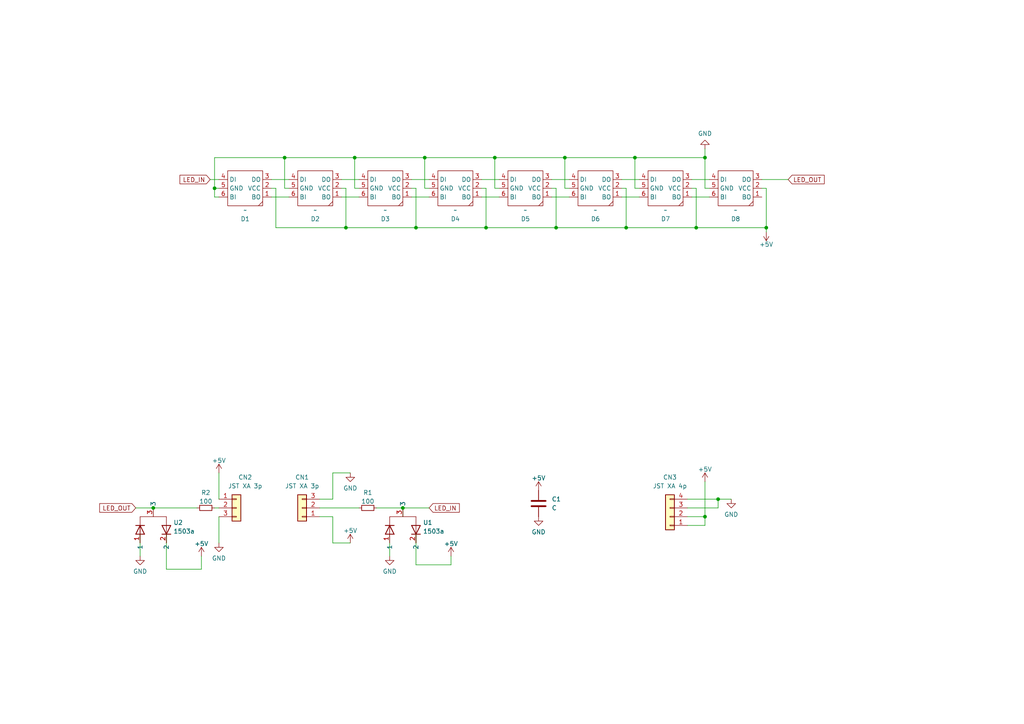
<source format=kicad_sch>
(kicad_sch (version 20231120) (generator "eeschema") (generator_version "8.0")
  (paper "A4")
  (lib_symbols
    (symbol "1503a:1503a"
      (property "Reference" "U" (at 0 0 0))
      (property "Value" "1503a" (at 0 -2.54 0))
      (symbol "1503a_0_1"
        (polyline (pts (xy 12.7 -27.94) (xy 15.24 -27.94)) (stroke (width 0.254)))
        (polyline (pts (xy 13.97 -30.48) (xy 13.97 -25.4)) (stroke (width 0.1524)))
        (polyline (pts (xy 13.97 -27.94) (xy 13.97 -31.75)) (stroke (width 0.1524)))
        (polyline (pts (xy 13.97 -25.4) (xy 21.59 -25.4)) (stroke (width 0.1524)))
        (polyline (pts (xy 20.32 -30.48) (xy 22.86 -30.48)) (stroke (width 0.254)))
        (polyline (pts (xy 21.59 -25.4) (xy 21.59 -30.48)) (stroke (width 0.1524)))
        (polyline (pts (xy 15.24 -30.48) (xy 12.7 -30.48) (xy 13.97 -27.94) (xy 15.24 -30.48)) (stroke (width 0.254)))
        (polyline (pts (xy 20.32 -27.94) (xy 22.86 -27.94) (xy 21.59 -30.48) (xy 20.32 -27.94)) (stroke (width 0.254)))
      )
      (symbol "1503a_1_1"
        (pin input line (at 13.97 -30.48 270) (length 2.54) (name "1") (number "1"))
        (pin input line (at 21.59 -30.48 270) (length 2.54) (name "2") (number "2"))
        (pin output line (at 17.78 -25.4 90) (length 2.54) (name "3") (number "3"))
      )
    )
    (symbol "Connector_Generic:Conn_01x03" (pin_names (offset 1.016) hide)
      (property "Reference" "J" (at 0 5.08 0))
      (property "Value" "Conn_01x03" (at 0 -5.08 0))
      (symbol "Conn_01x03_1_1"
        (rectangle (start -1.27 -2.413) (end 0 -2.667) (stroke (width 0.1524)))
        (rectangle (start -1.27 0.127) (end 0 -0.127) (stroke (width 0.1524)))
        (rectangle (start -1.27 2.667) (end 0 2.413) (stroke (width 0.1524)))
        (rectangle (start -1.27 3.81) (end 1.27 -3.81) (stroke (width 0.254)) (fill (type background)))
        (pin passive line (at -5.08 2.54 0) (length 3.81) (name "Pin_1") (number "1"))
        (pin passive line (at -5.08 0 0) (length 3.81) (name "Pin_2") (number "2"))
        (pin passive line (at -5.08 -2.54 0) (length 3.81) (name "Pin_3") (number "3"))
      )
    )
    (symbol "Connector_Generic:Conn_01x04" (pin_names (offset 1.016) hide)
      (property "Reference" "J" (at 0 5.08 0))
      (property "Value" "Conn_01x04" (at 0 -7.62 0))
      (symbol "Conn_01x04_1_1"
        (rectangle (start -1.27 -4.953) (end 0 -5.207) (stroke (width 0.1524)))
        (rectangle (start -1.27 -2.413) (end 0 -2.667) (stroke (width 0.1524)))
        (rectangle (start -1.27 0.127) (end 0 -0.127) (stroke (width 0.1524)))
        (rectangle (start -1.27 2.667) (end 0 2.413) (stroke (width 0.1524)))
        (rectangle (start -1.27 3.81) (end 1.27 -6.35) (stroke (width 0.254)) (fill (type background)))
        (pin passive line (at -5.08 2.54 0) (length 3.81) (name "Pin_1") (number "1"))
        (pin passive line (at -5.08 0 0) (length 3.81) (name "Pin_2") (number "2"))
        (pin passive line (at -5.08 -2.54 0) (length 3.81) (name "Pin_3") (number "3"))
        (pin passive line (at -5.08 -5.08 0) (length 3.81) (name "Pin_4") (number "4"))
      )
    )
    (symbol "Custom:WS2813B-V5"
      (property "Reference" "D" (at -1.27 6.858 0))
      (symbol "WS2813B-V5_0_1"
        (rectangle (start -5.08 5.08) (end 5.08 -5.08))
        (polyline (pts (xy -5.08 3.81) (xy -3.81 5.08)))
      )
      (symbol "WS2813B-V5_1_1"
        (pin output line (at -7.62 2.54 0) (length 2.54) (name "BO") (number "1"))
        (pin power_in line (at -7.62 0 0) (length 2.54) (name "VCC") (number "2"))
        (pin output line (at -7.62 -2.54 0) (length 2.54) (name "DO") (number "3"))
        (pin input line (at 7.62 -2.54 180) (length 2.54) (name "DI") (number "4"))
        (pin power_out line (at 7.62 0 180) (length 2.54) (name "GND") (number "5"))
        (pin input line (at 7.62 2.54 180) (length 2.54) (name "BI") (number "6"))
      )
    )
    (symbol "Device:C" (pin_numbers hide) (pin_names (offset 0.254))
      (property "Reference" "C" (at 0.635 2.54 0))
      (property "Value" "C" (at 0.635 -2.54 0))
      (symbol "C_0_1"
        (polyline (pts (xy -2.032 -0.762) (xy 2.032 -0.762)) (stroke (width 0.508)))
        (polyline (pts (xy -2.032 0.762) (xy 2.032 0.762)) (stroke (width 0.508)))
      )
      (symbol "C_1_1"
        (pin passive line (at 0 3.81 270) (length 2.794) (name "~") (number "1"))
        (pin passive line (at 0 -3.81 90) (length 2.794) (name "~") (number "2"))
      )
    )
    (symbol "Device:R_Small" (pin_numbers hide) (pin_names (offset 0.254) hide)
      (property "Reference" "R" (at 0.762 0.508 0))
      (property "Value" "R_Small" (at 0.762 -1.016 0))
      (symbol "R_Small_0_1"
        (rectangle (start -0.762 1.778) (end 0.762 -1.778) (stroke (width 0.2032)))
      )
      (symbol "R_Small_1_1"
        (pin passive line (at 0 2.54 270) (length 0.762) (name "~") (number "1"))
        (pin passive line (at 0 -2.54 90) (length 0.762) (name "~") (number "2"))
      )
    )
    (symbol "power:+5V" (power) (pin_names (offset 0))
      (property "Value" "+5V" (at 0 3.556 0))
      (symbol "+5V_0_1"
        (polyline (pts (xy -0.762 1.27) (xy 0 2.54)))
        (polyline (pts (xy 0 0) (xy 0 2.54)))
        (polyline (pts (xy 0 2.54) (xy 0.762 1.27)))
      )
      (symbol "+5V_1_1"
        (pin power_in line (at 0 0 90) (length 0) hide (name "+5V") (number "1"))
      )
    )
    (symbol "power:GND" (power) (pin_names (offset 0))
      (property "Value" "GND" (at 0 -3.81 0))
      (symbol "GND_0_1"
        (polyline (pts (xy 0 0) (xy 0 -1.27) (xy 1.27 -1.27) (xy 0 -2.54) (xy -1.27 -1.27) (xy 0 -1.27)))
      )
      (symbol "GND_1_1"
        (pin power_in line (at 0 0 270) (length 0) hide (name "GND") (number "1"))
      )
    )
  )
  (junction (at 161.29 66.04))
  (junction (at 184.15 45.72))
  (junction (at 208.28 144.78))
  (junction (at 116.84 147.32))
  (junction (at 102.87 45.72))
  (junction (at 120.65 66.04))
  (junction (at 204.47 149.86))
  (junction (at 222.25 66.04))
  (junction (at 204.47 45.72))
  (junction (at 62.23 54.61))
  (junction (at 163.83 45.72))
  (junction (at 181.61 66.04))
  (junction (at 44.45 147.32))
  (junction (at 201.93 66.04))
  (junction (at 143.51 45.72))
  (junction (at 140.97 66.04))
  (junction (at 100.33 66.04))
  (junction (at 123.19 45.72))
  (junction (at 82.55 45.72))
  (wire (pts (xy 78.74 54.61) (xy 80.01 54.61)))
  (wire (pts (xy 124.46 57.15) (xy 119.38 57.15)))
  (wire (pts (xy 104.14 54.61) (xy 102.87 54.61)))
  (wire (pts (xy 120.65 66.04) (xy 140.97 66.04)))
  (wire (pts (xy 104.14 52.07) (xy 99.06 52.07)))
  (wire (pts (xy 222.25 54.61) (xy 222.25 66.04)))
  (wire (pts (xy 204.47 45.72) (xy 204.47 43.18)))
  (wire (pts (xy 120.65 163.83) (xy 130.81 163.83)))
  (wire (pts (xy 63.5 137.16) (xy 63.5 144.78)))
  (wire (pts (xy 163.83 45.72) (xy 184.15 45.72)))
  (wire (pts (xy 124.46 52.07) (xy 119.38 52.07)))
  (wire (pts (xy 92.71 147.32) (xy 104.14 147.32)))
  (wire (pts (xy 228.6 52.07) (xy 220.98 52.07)))
  (wire (pts (xy 124.46 54.61) (xy 123.19 54.61)))
  (wire (pts (xy 199.39 144.78) (xy 208.28 144.78)))
  (wire (pts (xy 143.51 45.72) (xy 163.83 45.72)))
  (wire (pts (xy 181.61 54.61) (xy 181.61 66.04)))
  (wire (pts (xy 82.55 45.72) (xy 102.87 45.72)))
  (wire (pts (xy 185.42 52.07) (xy 180.34 52.07)))
  (wire (pts (xy 102.87 54.61) (xy 102.87 45.72)))
  (wire (pts (xy 222.25 67.31) (xy 222.25 66.04)))
  (wire (pts (xy 39.37 147.32) (xy 44.45 147.32)))
  (wire (pts (xy 101.6 137.16) (xy 96.52 137.16)))
  (wire (pts (xy 63.5 57.15) (xy 62.23 57.15)))
  (wire (pts (xy 119.38 54.61) (xy 120.65 54.61)))
  (wire (pts (xy 100.33 54.61) (xy 100.33 66.04)))
  (wire (pts (xy 205.74 54.61) (xy 204.47 54.61)))
  (wire (pts (xy 140.97 54.61) (xy 140.97 66.04)))
  (wire (pts (xy 139.7 54.61) (xy 140.97 54.61)))
  (wire (pts (xy 63.5 149.86) (xy 63.5 157.48)))
  (wire (pts (xy 83.82 52.07) (xy 78.74 52.07)))
  (wire (pts (xy 161.29 66.04) (xy 181.61 66.04)))
  (wire (pts (xy 116.84 147.32) (xy 124.46 147.32)))
  (wire (pts (xy 208.28 144.78) (xy 212.09 144.78)))
  (wire (pts (xy 63.5 54.61) (xy 62.23 54.61)))
  (wire (pts (xy 201.93 54.61) (xy 201.93 66.04)))
  (wire (pts (xy 99.06 54.61) (xy 100.33 54.61)))
  (wire (pts (xy 83.82 57.15) (xy 78.74 57.15)))
  (wire (pts (xy 63.5 52.07) (xy 60.96 52.07)))
  (wire (pts (xy 144.78 52.07) (xy 139.7 52.07)))
  (wire (pts (xy 205.74 52.07) (xy 200.66 52.07)))
  (wire (pts (xy 80.01 54.61) (xy 80.01 66.04)))
  (wire (pts (xy 120.65 163.83) (xy 120.65 154.94)))
  (wire (pts (xy 62.23 45.72) (xy 82.55 45.72)))
  (wire (pts (xy 116.84 147.32) (xy 116.84 149.86)))
  (wire (pts (xy 143.51 54.61) (xy 143.51 45.72)))
  (wire (pts (xy 163.83 54.61) (xy 163.83 45.72)))
  (wire (pts (xy 140.97 66.04) (xy 161.29 66.04)))
  (wire (pts (xy 96.52 137.16) (xy 96.52 144.78)))
  (wire (pts (xy 104.14 57.15) (xy 99.06 57.15)))
  (wire (pts (xy 80.01 66.04) (xy 100.33 66.04)))
  (wire (pts (xy 82.55 54.61) (xy 82.55 45.72)))
  (wire (pts (xy 200.66 54.61) (xy 201.93 54.61)))
  (wire (pts (xy 144.78 54.61) (xy 143.51 54.61)))
  (wire (pts (xy 185.42 54.61) (xy 184.15 54.61)))
  (wire (pts (xy 184.15 54.61) (xy 184.15 45.72)))
  (wire (pts (xy 62.23 54.61) (xy 62.23 45.72)))
  (wire (pts (xy 109.22 147.32) (xy 116.84 147.32)))
  (wire (pts (xy 62.23 147.32) (xy 63.5 147.32)))
  (wire (pts (xy 181.61 66.04) (xy 201.93 66.04)))
  (wire (pts (xy 204.47 149.86) (xy 199.39 149.86)))
  (wire (pts (xy 58.42 161.29) (xy 58.42 165.1)))
  (wire (pts (xy 96.52 144.78) (xy 92.71 144.78)))
  (wire (pts (xy 48.26 165.1) (xy 48.26 154.94)))
  (wire (pts (xy 204.47 139.7) (xy 204.47 149.86)))
  (wire (pts (xy 201.93 66.04) (xy 222.25 66.04)))
  (wire (pts (xy 204.47 54.61) (xy 204.47 45.72)))
  (wire (pts (xy 160.02 54.61) (xy 161.29 54.61)))
  (wire (pts (xy 40.64 154.94) (xy 40.64 161.29)))
  (wire (pts (xy 199.39 147.32) (xy 208.28 147.32)))
  (wire (pts (xy 100.33 66.04) (xy 120.65 66.04)))
  (wire (pts (xy 44.45 147.32) (xy 44.45 149.86)))
  (wire (pts (xy 220.98 54.61) (xy 222.25 54.61)))
  (wire (pts (xy 48.26 165.1) (xy 58.42 165.1)))
  (wire (pts (xy 185.42 57.15) (xy 180.34 57.15)))
  (wire (pts (xy 120.65 54.61) (xy 120.65 66.04)))
  (wire (pts (xy 96.52 149.86) (xy 96.52 157.48)))
  (wire (pts (xy 204.47 152.4) (xy 204.47 149.86)))
  (wire (pts (xy 208.28 147.32) (xy 208.28 144.78)))
  (wire (pts (xy 165.1 54.61) (xy 163.83 54.61)))
  (wire (pts (xy 184.15 45.72) (xy 204.47 45.72)))
  (wire (pts (xy 62.23 57.15) (xy 62.23 54.61)))
  (wire (pts (xy 144.78 57.15) (xy 139.7 57.15)))
  (wire (pts (xy 205.74 57.15) (xy 200.66 57.15)))
  (wire (pts (xy 199.39 152.4) (xy 204.47 152.4)))
  (wire (pts (xy 96.52 149.86) (xy 92.71 149.86)))
  (wire (pts (xy 165.1 57.15) (xy 160.02 57.15)))
  (wire (pts (xy 123.19 54.61) (xy 123.19 45.72)))
  (wire (pts (xy 123.19 45.72) (xy 143.51 45.72)))
  (wire (pts (xy 44.45 147.32) (xy 57.15 147.32)))
  (wire (pts (xy 165.1 52.07) (xy 160.02 52.07)))
  (wire (pts (xy 102.87 45.72) (xy 123.19 45.72)))
  (wire (pts (xy 96.52 157.48) (xy 101.6 157.48)))
  (wire (pts (xy 83.82 54.61) (xy 82.55 54.61)))
  (wire (pts (xy 130.81 163.83) (xy 130.81 161.29)))
  (wire (pts (xy 180.34 54.61) (xy 181.61 54.61)))
  (wire (pts (xy 113.03 154.94) (xy 113.03 161.29)))
  (wire (pts (xy 161.29 54.61) (xy 161.29 66.04)))
  (global_label "LED_OUT" (shape input) (at 228.6 52.07 0) (property "Intersheetrefs" "${INTERSHEET_REFS}" (effects (hide yes))))
  (global_label "LED_OUT" (shape input) (at 39.37 147.32 180) (property "Intersheetrefs" "${INTERSHEET_REFS}" (effects (hide yes))))
  (global_label "LED_IN" (shape input) (at 124.46 147.32 0) (property "Intersheetrefs" "${INTERSHEET_REFS}" (effects (hide yes))))
  (global_label "LED_IN" (shape input) (at 60.96 52.07 180) (property "Intersheetrefs" "${INTERSHEET_REFS}" (effects (hide yes))))
  (symbol (lib_id "Custom:WS2813B-V5") (at 213.36 54.61 180) (unit 1)
    (property "Reference" "D8" (at 213.36 63.5 0))
    (property "Value" "~" (at 213.36 60.96 0))
    (property "Footprint" "LED_SMD:LED_WS2812_PLCC6_5.0x5.0mm_P1.6mm" (effects (hide yes)))
    (property "Datasheet" "https://media.digikey.com/pdf/Data%20Sheets/Seeed%20Technology/WS2813B_Ver.V5_10-20-19.pdf" (effects (hide yes)))
  )
  (symbol (lib_id "power:+5V") (at 204.47 139.7 0) (unit 1)
    (property "Reference" "#PWR0110" (effects (hide yes)))
    (property "Value" "+5V" (at 204.47 136.1242 0))
  )
  (symbol (lib_id "Device:R_Small") (at 106.68 147.32 90) (unit 1)
    (property "Reference" "R1" (at 106.68 142.8836 90))
    (property "Value" "100" (at 106.68 145.4205 90))
    (property "Footprint" "Resistor_SMD:R_0805_2012Metric_Pad1.20x1.40mm_HandSolder" (effects (hide yes)))
  )
  (symbol (lib_id "Custom:WS2813B-V5") (at 132.08 54.61 180) (unit 1)
    (property "Reference" "D4" (at 132.08 63.5 0))
    (property "Value" "~" (at 132.08 60.96 0))
    (property "Footprint" "LED_SMD:LED_WS2812_PLCC6_5.0x5.0mm_P1.6mm" (effects (hide yes)))
    (property "Datasheet" "https://media.digikey.com/pdf/Data%20Sheets/Seeed%20Technology/WS2813B_Ver.V5_10-20-19.pdf" (effects (hide yes)))
  )
  (symbol (lib_id "power:+5V") (at 156.21 142.24 0) (unit 1)
    (property "Reference" "#PWR0102" (effects (hide yes)))
    (property "Value" "+5V" (at 156.21 138.6642 0))
  )
  (symbol (lib_id "power:+5V") (at 58.42 161.29 0) (unit 1)
    (property "Reference" "#PWR0105" (effects (hide yes)))
    (property "Value" "+5V" (at 58.42 157.7142 0))
  )
  (symbol (lib_id "Device:R_Small") (at 59.69 147.32 90) (unit 1)
    (property "Reference" "R2" (at 59.69 142.8836 90))
    (property "Value" "100" (at 59.69 145.4205 90))
    (property "Footprint" "Resistor_SMD:R_0805_2012Metric_Pad1.20x1.40mm_HandSolder" (effects (hide yes)))
  )
  (symbol (lib_id "power:GND") (at 204.47 43.18 180) (unit 1)
    (property "Reference" "#PWR02" (effects (hide yes)))
    (property "Value" "GND" (at 204.47 38.7366 0))
  )
  (symbol (lib_id "Connector_Generic:Conn_01x04") (at 194.31 149.86 180) (unit 1)
    (property "Reference" "CN3" (at 194.31 138.4331 0))
    (property "Value" "JST XA 4p" (at 194.31 140.97 0))
    (property "Footprint" "Connector_JST:JST_XA_B04B-XASK-1_1x04_P2.50mm_Vertical" (effects (hide yes)))
  )
  (symbol (lib_id "Device:C") (at 156.21 146.05 0) (unit 1)
    (property "Reference" "C1" (at 160.02 144.7799 0) (effects (justify left)))
    (property "Value" "C" (at 160.02 147.3199 0) (effects (justify left)))
    (property "Footprint" "Capacitor_Tantalum_SMD:CP_EIA-7343-31_Kemet-D" (effects (hide yes)))
  )
  (symbol (lib_id "Connector_Generic:Conn_01x03") (at 87.63 147.32 180) (unit 1)
    (property "Reference" "CN1" (at 87.63 138.4331 0))
    (property "Value" "JST XA 3p" (at 87.63 140.97 0))
    (property "Footprint" "Connector_JST:JST_XA_B03B-XASK-1_1x03_P2.50mm_Vertical" (effects (hide yes)))
  )
  (symbol (lib_id "power:+5V") (at 222.25 67.31 180) (unit 1)
    (property "Reference" "#PWR01" (effects (hide yes)))
    (property "Value" "+5V" (at 222.25 70.8858 0))
  )
  (symbol (lib_id "power:+5V") (at 63.5 137.16 0) (unit 1)
    (property "Reference" "#PWR0130" (effects (hide yes)))
    (property "Value" "+5V" (at 63.5 133.5842 0))
  )
  (symbol (lib_id "1503a:1503a") (at 26.67 124.46 0) (unit 1)
    (property "Reference" "U2" (at 50.292 151.5653 0) (effects (justify left)))
    (property "Value" "1503a" (at 50.292 154.1022 0) (effects (justify left)))
    (property "Footprint" "Package_TO_SOT_SMD:TSOT-23_HandSoldering" (effects (hide yes)))
  )
  (symbol (lib_id "power:GND") (at 212.09 144.78 0) (unit 1)
    (property "Reference" "#PWR0117" (effects (hide yes)))
    (property "Value" "GND" (at 212.09 149.2234 0))
  )
  (symbol (lib_id "power:GND") (at 113.03 161.29 0) (unit 1)
    (property "Reference" "#PWR0104" (effects (hide yes)))
    (property "Value" "GND" (at 113.03 165.7334 0))
  )
  (symbol (lib_id "power:GND") (at 156.21 149.86 0) (unit 1)
    (property "Reference" "#PWR0101" (effects (hide yes)))
    (property "Value" "GND" (at 156.21 154.3034 0))
  )
  (symbol (lib_id "power:GND") (at 40.64 161.29 0) (unit 1)
    (property "Reference" "#PWR0106" (effects (hide yes)))
    (property "Value" "GND" (at 40.64 165.7334 0))
  )
  (symbol (lib_id "1503a:1503a") (at 99.06 124.46 0) (unit 1)
    (property "Reference" "U1" (at 122.682 151.5653 0) (effects (justify left)))
    (property "Value" "1503a" (at 122.682 154.1022 0) (effects (justify left)))
    (property "Footprint" "Package_TO_SOT_SMD:TSOT-23_HandSoldering" (effects (hide yes)))
  )
  (symbol (lib_id "Custom:WS2813B-V5") (at 172.72 54.61 180) (unit 1)
    (property "Reference" "D6" (at 172.72 63.5 0))
    (property "Value" "~" (at 172.72 60.96 0))
    (property "Footprint" "LED_SMD:LED_WS2812_PLCC6_5.0x5.0mm_P1.6mm" (effects (hide yes)))
    (property "Datasheet" "https://media.digikey.com/pdf/Data%20Sheets/Seeed%20Technology/WS2813B_Ver.V5_10-20-19.pdf" (effects (hide yes)))
  )
  (symbol (lib_id "power:GND") (at 63.5 157.48 0) (unit 1)
    (property "Reference" "#PWR0139" (effects (hide yes)))
    (property "Value" "GND" (at 63.5 161.9234 0))
  )
  (symbol (lib_id "power:+5V") (at 130.81 161.29 0) (unit 1)
    (property "Reference" "#PWR0103" (effects (hide yes)))
    (property "Value" "+5V" (at 130.81 157.7142 0))
  )
  (symbol (lib_id "Connector_Generic:Conn_01x03") (at 68.58 147.32 0) (unit 1)
    (property "Reference" "CN2" (at 71.12 138.43 0))
    (property "Value" "JST XA 3p" (at 71.12 140.9731 0))
    (property "Footprint" "Connector_JST:JST_XA_B03B-XASK-1_1x03_P2.50mm_Vertical" (effects (hide yes)))
  )
  (symbol (lib_id "Custom:WS2813B-V5") (at 71.12 54.61 180) (unit 1)
    (property "Reference" "D1" (at 71.12 63.5 0))
    (property "Value" "~" (at 71.12 60.96 0))
    (property "Footprint" "LED_SMD:LED_WS2812_PLCC6_5.0x5.0mm_P1.6mm" (effects (hide yes)))
    (property "Datasheet" "https://media.digikey.com/pdf/Data%20Sheets/Seeed%20Technology/WS2813B_Ver.V5_10-20-19.pdf" (effects (hide yes)))
  )
  (symbol (lib_id "power:GND") (at 101.6 137.16 0) (unit 1)
    (property "Reference" "#PWR0124" (effects (hide yes)))
    (property "Value" "GND" (at 101.6 141.6034 0))
  )
  (symbol (lib_id "power:+5V") (at 101.6 157.48 0) (unit 1)
    (property "Reference" "#PWR0122" (effects (hide yes)))
    (property "Value" "+5V" (at 101.6 153.9042 0))
  )
  (symbol (lib_id "Custom:WS2813B-V5") (at 193.04 54.61 180) (unit 1)
    (property "Reference" "D7" (at 193.04 63.5 0))
    (property "Value" "~" (at 193.04 60.96 0))
    (property "Footprint" "LED_SMD:LED_WS2812_PLCC6_5.0x5.0mm_P1.6mm" (effects (hide yes)))
    (property "Datasheet" "https://media.digikey.com/pdf/Data%20Sheets/Seeed%20Technology/WS2813B_Ver.V5_10-20-19.pdf" (effects (hide yes)))
  )
  (symbol (lib_id "Custom:WS2813B-V5") (at 91.44 54.61 180) (unit 1)
    (property "Reference" "D2" (at 91.44 63.5 0))
    (property "Value" "~" (at 91.44 60.96 0))
    (property "Footprint" "LED_SMD:LED_WS2812_PLCC6_5.0x5.0mm_P1.6mm" (effects (hide yes)))
    (property "Datasheet" "https://media.digikey.com/pdf/Data%20Sheets/Seeed%20Technology/WS2813B_Ver.V5_10-20-19.pdf" (effects (hide yes)))
  )
  (symbol (lib_id "Custom:WS2813B-V5") (at 111.76 54.61 180) (unit 1)
    (property "Reference" "D3" (at 111.76 63.5 0))
    (property "Value" "~" (at 111.76 60.96 0))
    (property "Footprint" "LED_SMD:LED_WS2812_PLCC6_5.0x5.0mm_P1.6mm" (effects (hide yes)))
    (property "Datasheet" "https://media.digikey.com/pdf/Data%20Sheets/Seeed%20Technology/WS2813B_Ver.V5_10-20-19.pdf" (effects (hide yes)))
  )
  (symbol (lib_id "Custom:WS2813B-V5") (at 152.4 54.61 180) (unit 1)
    (property "Reference" "D5" (at 152.4 63.5 0))
    (property "Value" "~" (at 152.4 60.96 0))
    (property "Footprint" "LED_SMD:LED_WS2812_PLCC6_5.0x5.0mm_P1.6mm" (effects (hide yes)))
    (property "Datasheet" "https://media.digikey.com/pdf/Data%20Sheets/Seeed%20Technology/WS2813B_Ver.V5_10-20-19.pdf" (effects (hide yes)))
  )
)
</source>
